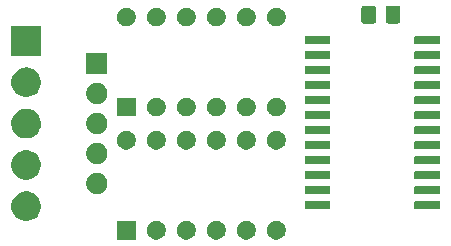
<source format=gbr>
G04 #@! TF.GenerationSoftware,KiCad,Pcbnew,5.1.5+dfsg1-2build2*
G04 #@! TF.CreationDate,2021-11-16T18:40:55-05:00*
G04 #@! TF.ProjectId,028INCH_8DIGIT,30323849-4e43-4485-9f38-44494749542e,rev?*
G04 #@! TF.SameCoordinates,Original*
G04 #@! TF.FileFunction,Soldermask,Bot*
G04 #@! TF.FilePolarity,Negative*
%FSLAX46Y46*%
G04 Gerber Fmt 4.6, Leading zero omitted, Abs format (unit mm)*
G04 Created by KiCad (PCBNEW 5.1.5+dfsg1-2build2) date 2021-11-16 18:40:55*
%MOMM*%
%LPD*%
G04 APERTURE LIST*
%ADD10C,0.100000*%
G04 APERTURE END LIST*
D10*
G36*
X115939000Y-120321000D02*
G01*
X114337000Y-120321000D01*
X114337000Y-118719000D01*
X115939000Y-118719000D01*
X115939000Y-120321000D01*
G37*
G36*
X125531642Y-118749781D02*
G01*
X125677414Y-118810162D01*
X125677416Y-118810163D01*
X125808608Y-118897822D01*
X125920178Y-119009392D01*
X126007837Y-119140584D01*
X126007838Y-119140586D01*
X126068219Y-119286358D01*
X126099000Y-119441107D01*
X126099000Y-119598893D01*
X126068219Y-119753642D01*
X126007838Y-119899414D01*
X126007837Y-119899416D01*
X125920178Y-120030608D01*
X125808608Y-120142178D01*
X125677416Y-120229837D01*
X125677415Y-120229838D01*
X125677414Y-120229838D01*
X125531642Y-120290219D01*
X125376893Y-120321000D01*
X125219107Y-120321000D01*
X125064358Y-120290219D01*
X124918586Y-120229838D01*
X124918585Y-120229838D01*
X124918584Y-120229837D01*
X124787392Y-120142178D01*
X124675822Y-120030608D01*
X124588163Y-119899416D01*
X124588162Y-119899414D01*
X124527781Y-119753642D01*
X124497000Y-119598893D01*
X124497000Y-119441107D01*
X124527781Y-119286358D01*
X124588162Y-119140586D01*
X124588163Y-119140584D01*
X124675822Y-119009392D01*
X124787392Y-118897822D01*
X124918584Y-118810163D01*
X124918586Y-118810162D01*
X125064358Y-118749781D01*
X125219107Y-118719000D01*
X125376893Y-118719000D01*
X125531642Y-118749781D01*
G37*
G36*
X128071642Y-118749781D02*
G01*
X128217414Y-118810162D01*
X128217416Y-118810163D01*
X128348608Y-118897822D01*
X128460178Y-119009392D01*
X128547837Y-119140584D01*
X128547838Y-119140586D01*
X128608219Y-119286358D01*
X128639000Y-119441107D01*
X128639000Y-119598893D01*
X128608219Y-119753642D01*
X128547838Y-119899414D01*
X128547837Y-119899416D01*
X128460178Y-120030608D01*
X128348608Y-120142178D01*
X128217416Y-120229837D01*
X128217415Y-120229838D01*
X128217414Y-120229838D01*
X128071642Y-120290219D01*
X127916893Y-120321000D01*
X127759107Y-120321000D01*
X127604358Y-120290219D01*
X127458586Y-120229838D01*
X127458585Y-120229838D01*
X127458584Y-120229837D01*
X127327392Y-120142178D01*
X127215822Y-120030608D01*
X127128163Y-119899416D01*
X127128162Y-119899414D01*
X127067781Y-119753642D01*
X127037000Y-119598893D01*
X127037000Y-119441107D01*
X127067781Y-119286358D01*
X127128162Y-119140586D01*
X127128163Y-119140584D01*
X127215822Y-119009392D01*
X127327392Y-118897822D01*
X127458584Y-118810163D01*
X127458586Y-118810162D01*
X127604358Y-118749781D01*
X127759107Y-118719000D01*
X127916893Y-118719000D01*
X128071642Y-118749781D01*
G37*
G36*
X122991642Y-118749781D02*
G01*
X123137414Y-118810162D01*
X123137416Y-118810163D01*
X123268608Y-118897822D01*
X123380178Y-119009392D01*
X123467837Y-119140584D01*
X123467838Y-119140586D01*
X123528219Y-119286358D01*
X123559000Y-119441107D01*
X123559000Y-119598893D01*
X123528219Y-119753642D01*
X123467838Y-119899414D01*
X123467837Y-119899416D01*
X123380178Y-120030608D01*
X123268608Y-120142178D01*
X123137416Y-120229837D01*
X123137415Y-120229838D01*
X123137414Y-120229838D01*
X122991642Y-120290219D01*
X122836893Y-120321000D01*
X122679107Y-120321000D01*
X122524358Y-120290219D01*
X122378586Y-120229838D01*
X122378585Y-120229838D01*
X122378584Y-120229837D01*
X122247392Y-120142178D01*
X122135822Y-120030608D01*
X122048163Y-119899416D01*
X122048162Y-119899414D01*
X121987781Y-119753642D01*
X121957000Y-119598893D01*
X121957000Y-119441107D01*
X121987781Y-119286358D01*
X122048162Y-119140586D01*
X122048163Y-119140584D01*
X122135822Y-119009392D01*
X122247392Y-118897822D01*
X122378584Y-118810163D01*
X122378586Y-118810162D01*
X122524358Y-118749781D01*
X122679107Y-118719000D01*
X122836893Y-118719000D01*
X122991642Y-118749781D01*
G37*
G36*
X117911642Y-118749781D02*
G01*
X118057414Y-118810162D01*
X118057416Y-118810163D01*
X118188608Y-118897822D01*
X118300178Y-119009392D01*
X118387837Y-119140584D01*
X118387838Y-119140586D01*
X118448219Y-119286358D01*
X118479000Y-119441107D01*
X118479000Y-119598893D01*
X118448219Y-119753642D01*
X118387838Y-119899414D01*
X118387837Y-119899416D01*
X118300178Y-120030608D01*
X118188608Y-120142178D01*
X118057416Y-120229837D01*
X118057415Y-120229838D01*
X118057414Y-120229838D01*
X117911642Y-120290219D01*
X117756893Y-120321000D01*
X117599107Y-120321000D01*
X117444358Y-120290219D01*
X117298586Y-120229838D01*
X117298585Y-120229838D01*
X117298584Y-120229837D01*
X117167392Y-120142178D01*
X117055822Y-120030608D01*
X116968163Y-119899416D01*
X116968162Y-119899414D01*
X116907781Y-119753642D01*
X116877000Y-119598893D01*
X116877000Y-119441107D01*
X116907781Y-119286358D01*
X116968162Y-119140586D01*
X116968163Y-119140584D01*
X117055822Y-119009392D01*
X117167392Y-118897822D01*
X117298584Y-118810163D01*
X117298586Y-118810162D01*
X117444358Y-118749781D01*
X117599107Y-118719000D01*
X117756893Y-118719000D01*
X117911642Y-118749781D01*
G37*
G36*
X120451642Y-118749781D02*
G01*
X120597414Y-118810162D01*
X120597416Y-118810163D01*
X120728608Y-118897822D01*
X120840178Y-119009392D01*
X120927837Y-119140584D01*
X120927838Y-119140586D01*
X120988219Y-119286358D01*
X121019000Y-119441107D01*
X121019000Y-119598893D01*
X120988219Y-119753642D01*
X120927838Y-119899414D01*
X120927837Y-119899416D01*
X120840178Y-120030608D01*
X120728608Y-120142178D01*
X120597416Y-120229837D01*
X120597415Y-120229838D01*
X120597414Y-120229838D01*
X120451642Y-120290219D01*
X120296893Y-120321000D01*
X120139107Y-120321000D01*
X119984358Y-120290219D01*
X119838586Y-120229838D01*
X119838585Y-120229838D01*
X119838584Y-120229837D01*
X119707392Y-120142178D01*
X119595822Y-120030608D01*
X119508163Y-119899416D01*
X119508162Y-119899414D01*
X119447781Y-119753642D01*
X119417000Y-119598893D01*
X119417000Y-119441107D01*
X119447781Y-119286358D01*
X119508162Y-119140586D01*
X119508163Y-119140584D01*
X119595822Y-119009392D01*
X119707392Y-118897822D01*
X119838584Y-118810163D01*
X119838586Y-118810162D01*
X119984358Y-118749781D01*
X120139107Y-118719000D01*
X120296893Y-118719000D01*
X120451642Y-118749781D01*
G37*
G36*
X107031903Y-116297075D02*
G01*
X107253657Y-116388928D01*
X107259571Y-116391378D01*
X107464466Y-116528285D01*
X107638715Y-116702534D01*
X107638716Y-116702536D01*
X107775623Y-116907431D01*
X107869925Y-117135097D01*
X107918000Y-117376786D01*
X107918000Y-117623214D01*
X107910896Y-117658928D01*
X107869925Y-117864903D01*
X107775622Y-118092571D01*
X107638715Y-118297466D01*
X107464466Y-118471715D01*
X107259571Y-118608622D01*
X107259570Y-118608623D01*
X107259569Y-118608623D01*
X107031903Y-118702925D01*
X106790214Y-118751000D01*
X106543786Y-118751000D01*
X106302097Y-118702925D01*
X106074431Y-118608623D01*
X106074430Y-118608623D01*
X106074429Y-118608622D01*
X105869534Y-118471715D01*
X105695285Y-118297466D01*
X105558378Y-118092571D01*
X105464075Y-117864903D01*
X105423104Y-117658928D01*
X105416000Y-117623214D01*
X105416000Y-117376786D01*
X105464075Y-117135097D01*
X105558377Y-116907431D01*
X105695284Y-116702536D01*
X105695285Y-116702534D01*
X105869534Y-116528285D01*
X106074429Y-116391378D01*
X106080344Y-116388928D01*
X106302097Y-116297075D01*
X106543786Y-116249000D01*
X106790214Y-116249000D01*
X107031903Y-116297075D01*
G37*
G36*
X132300928Y-117050764D02*
G01*
X132322009Y-117057160D01*
X132341445Y-117067548D01*
X132358476Y-117081524D01*
X132372452Y-117098555D01*
X132382840Y-117117991D01*
X132389236Y-117139072D01*
X132392000Y-117167140D01*
X132392000Y-117630860D01*
X132389236Y-117658928D01*
X132382840Y-117680009D01*
X132372452Y-117699445D01*
X132358476Y-117716476D01*
X132341445Y-117730452D01*
X132322009Y-117740840D01*
X132300928Y-117747236D01*
X132272860Y-117750000D01*
X130359140Y-117750000D01*
X130331072Y-117747236D01*
X130309991Y-117740840D01*
X130290555Y-117730452D01*
X130273524Y-117716476D01*
X130259548Y-117699445D01*
X130249160Y-117680009D01*
X130242764Y-117658928D01*
X130240000Y-117630860D01*
X130240000Y-117167140D01*
X130242764Y-117139072D01*
X130249160Y-117117991D01*
X130259548Y-117098555D01*
X130273524Y-117081524D01*
X130290555Y-117067548D01*
X130309991Y-117057160D01*
X130331072Y-117050764D01*
X130359140Y-117048000D01*
X132272860Y-117048000D01*
X132300928Y-117050764D01*
G37*
G36*
X141600928Y-117050764D02*
G01*
X141622009Y-117057160D01*
X141641445Y-117067548D01*
X141658476Y-117081524D01*
X141672452Y-117098555D01*
X141682840Y-117117991D01*
X141689236Y-117139072D01*
X141692000Y-117167140D01*
X141692000Y-117630860D01*
X141689236Y-117658928D01*
X141682840Y-117680009D01*
X141672452Y-117699445D01*
X141658476Y-117716476D01*
X141641445Y-117730452D01*
X141622009Y-117740840D01*
X141600928Y-117747236D01*
X141572860Y-117750000D01*
X139659140Y-117750000D01*
X139631072Y-117747236D01*
X139609991Y-117740840D01*
X139590555Y-117730452D01*
X139573524Y-117716476D01*
X139559548Y-117699445D01*
X139549160Y-117680009D01*
X139542764Y-117658928D01*
X139540000Y-117630860D01*
X139540000Y-117167140D01*
X139542764Y-117139072D01*
X139549160Y-117117991D01*
X139559548Y-117098555D01*
X139573524Y-117081524D01*
X139590555Y-117067548D01*
X139609991Y-117057160D01*
X139631072Y-117050764D01*
X139659140Y-117048000D01*
X141572860Y-117048000D01*
X141600928Y-117050764D01*
G37*
G36*
X112760365Y-114683500D02*
G01*
X112911812Y-114713624D01*
X113075784Y-114781544D01*
X113223354Y-114880147D01*
X113348853Y-115005646D01*
X113447456Y-115153216D01*
X113515376Y-115317188D01*
X113550000Y-115491259D01*
X113550000Y-115668741D01*
X113515376Y-115842812D01*
X113447456Y-116006784D01*
X113348853Y-116154354D01*
X113223354Y-116279853D01*
X113075784Y-116378456D01*
X112911812Y-116446376D01*
X112762512Y-116476073D01*
X112737742Y-116481000D01*
X112560258Y-116481000D01*
X112535488Y-116476073D01*
X112386188Y-116446376D01*
X112222216Y-116378456D01*
X112074646Y-116279853D01*
X111949147Y-116154354D01*
X111850544Y-116006784D01*
X111782624Y-115842812D01*
X111748000Y-115668741D01*
X111748000Y-115491259D01*
X111782624Y-115317188D01*
X111850544Y-115153216D01*
X111949147Y-115005646D01*
X112074646Y-114880147D01*
X112222216Y-114781544D01*
X112386188Y-114713624D01*
X112537635Y-114683500D01*
X112560258Y-114679000D01*
X112737742Y-114679000D01*
X112760365Y-114683500D01*
G37*
G36*
X141600928Y-115780764D02*
G01*
X141622009Y-115787160D01*
X141641445Y-115797548D01*
X141658476Y-115811524D01*
X141672452Y-115828555D01*
X141682840Y-115847991D01*
X141689236Y-115869072D01*
X141692000Y-115897140D01*
X141692000Y-116360860D01*
X141689236Y-116388928D01*
X141682840Y-116410009D01*
X141672452Y-116429445D01*
X141658476Y-116446476D01*
X141641445Y-116460452D01*
X141622009Y-116470840D01*
X141600928Y-116477236D01*
X141572860Y-116480000D01*
X139659140Y-116480000D01*
X139631072Y-116477236D01*
X139609991Y-116470840D01*
X139590555Y-116460452D01*
X139573524Y-116446476D01*
X139559548Y-116429445D01*
X139549160Y-116410009D01*
X139542764Y-116388928D01*
X139540000Y-116360860D01*
X139540000Y-115897140D01*
X139542764Y-115869072D01*
X139549160Y-115847991D01*
X139559548Y-115828555D01*
X139573524Y-115811524D01*
X139590555Y-115797548D01*
X139609991Y-115787160D01*
X139631072Y-115780764D01*
X139659140Y-115778000D01*
X141572860Y-115778000D01*
X141600928Y-115780764D01*
G37*
G36*
X132300928Y-115780764D02*
G01*
X132322009Y-115787160D01*
X132341445Y-115797548D01*
X132358476Y-115811524D01*
X132372452Y-115828555D01*
X132382840Y-115847991D01*
X132389236Y-115869072D01*
X132392000Y-115897140D01*
X132392000Y-116360860D01*
X132389236Y-116388928D01*
X132382840Y-116410009D01*
X132372452Y-116429445D01*
X132358476Y-116446476D01*
X132341445Y-116460452D01*
X132322009Y-116470840D01*
X132300928Y-116477236D01*
X132272860Y-116480000D01*
X130359140Y-116480000D01*
X130331072Y-116477236D01*
X130309991Y-116470840D01*
X130290555Y-116460452D01*
X130273524Y-116446476D01*
X130259548Y-116429445D01*
X130249160Y-116410009D01*
X130242764Y-116388928D01*
X130240000Y-116360860D01*
X130240000Y-115897140D01*
X130242764Y-115869072D01*
X130249160Y-115847991D01*
X130259548Y-115828555D01*
X130273524Y-115811524D01*
X130290555Y-115797548D01*
X130309991Y-115787160D01*
X130331072Y-115780764D01*
X130359140Y-115778000D01*
X132272860Y-115778000D01*
X132300928Y-115780764D01*
G37*
G36*
X106931924Y-112777188D02*
G01*
X107031903Y-112797075D01*
X107259571Y-112891378D01*
X107464466Y-113028285D01*
X107638715Y-113202534D01*
X107756801Y-113379262D01*
X107775623Y-113407431D01*
X107869925Y-113635097D01*
X107906876Y-113820860D01*
X107918000Y-113876787D01*
X107918000Y-114123213D01*
X107869925Y-114364903D01*
X107775622Y-114592571D01*
X107638715Y-114797466D01*
X107464466Y-114971715D01*
X107259571Y-115108622D01*
X107259570Y-115108623D01*
X107259569Y-115108623D01*
X107031903Y-115202925D01*
X106790214Y-115251000D01*
X106543786Y-115251000D01*
X106302097Y-115202925D01*
X106074431Y-115108623D01*
X106074430Y-115108623D01*
X106074429Y-115108622D01*
X105869534Y-114971715D01*
X105695285Y-114797466D01*
X105558378Y-114592571D01*
X105464075Y-114364903D01*
X105416000Y-114123213D01*
X105416000Y-113876787D01*
X105427125Y-113820860D01*
X105464075Y-113635097D01*
X105558377Y-113407431D01*
X105577199Y-113379262D01*
X105695285Y-113202534D01*
X105869534Y-113028285D01*
X106074429Y-112891378D01*
X106302097Y-112797075D01*
X106402076Y-112777188D01*
X106543786Y-112749000D01*
X106790214Y-112749000D01*
X106931924Y-112777188D01*
G37*
G36*
X132300928Y-114510764D02*
G01*
X132322009Y-114517160D01*
X132341445Y-114527548D01*
X132358476Y-114541524D01*
X132372452Y-114558555D01*
X132382840Y-114577991D01*
X132389236Y-114599072D01*
X132392000Y-114627140D01*
X132392000Y-115090860D01*
X132389236Y-115118928D01*
X132382840Y-115140009D01*
X132372452Y-115159445D01*
X132358476Y-115176476D01*
X132341445Y-115190452D01*
X132322009Y-115200840D01*
X132300928Y-115207236D01*
X132272860Y-115210000D01*
X130359140Y-115210000D01*
X130331072Y-115207236D01*
X130309991Y-115200840D01*
X130290555Y-115190452D01*
X130273524Y-115176476D01*
X130259548Y-115159445D01*
X130249160Y-115140009D01*
X130242764Y-115118928D01*
X130240000Y-115090860D01*
X130240000Y-114627140D01*
X130242764Y-114599072D01*
X130249160Y-114577991D01*
X130259548Y-114558555D01*
X130273524Y-114541524D01*
X130290555Y-114527548D01*
X130309991Y-114517160D01*
X130331072Y-114510764D01*
X130359140Y-114508000D01*
X132272860Y-114508000D01*
X132300928Y-114510764D01*
G37*
G36*
X141600928Y-114510764D02*
G01*
X141622009Y-114517160D01*
X141641445Y-114527548D01*
X141658476Y-114541524D01*
X141672452Y-114558555D01*
X141682840Y-114577991D01*
X141689236Y-114599072D01*
X141692000Y-114627140D01*
X141692000Y-115090860D01*
X141689236Y-115118928D01*
X141682840Y-115140009D01*
X141672452Y-115159445D01*
X141658476Y-115176476D01*
X141641445Y-115190452D01*
X141622009Y-115200840D01*
X141600928Y-115207236D01*
X141572860Y-115210000D01*
X139659140Y-115210000D01*
X139631072Y-115207236D01*
X139609991Y-115200840D01*
X139590555Y-115190452D01*
X139573524Y-115176476D01*
X139559548Y-115159445D01*
X139549160Y-115140009D01*
X139542764Y-115118928D01*
X139540000Y-115090860D01*
X139540000Y-114627140D01*
X139542764Y-114599072D01*
X139549160Y-114577991D01*
X139559548Y-114558555D01*
X139573524Y-114541524D01*
X139590555Y-114527548D01*
X139609991Y-114517160D01*
X139631072Y-114510764D01*
X139659140Y-114508000D01*
X141572860Y-114508000D01*
X141600928Y-114510764D01*
G37*
G36*
X112760365Y-112143500D02*
G01*
X112911812Y-112173624D01*
X113075784Y-112241544D01*
X113223354Y-112340147D01*
X113348853Y-112465646D01*
X113447456Y-112613216D01*
X113515376Y-112777188D01*
X113550000Y-112951259D01*
X113550000Y-113128741D01*
X113515376Y-113302812D01*
X113447456Y-113466784D01*
X113348853Y-113614354D01*
X113223354Y-113739853D01*
X113075784Y-113838456D01*
X112911812Y-113906376D01*
X112762512Y-113936073D01*
X112737742Y-113941000D01*
X112560258Y-113941000D01*
X112535488Y-113936073D01*
X112386188Y-113906376D01*
X112222216Y-113838456D01*
X112074646Y-113739853D01*
X111949147Y-113614354D01*
X111850544Y-113466784D01*
X111782624Y-113302812D01*
X111748000Y-113128741D01*
X111748000Y-112951259D01*
X111782624Y-112777188D01*
X111850544Y-112613216D01*
X111949147Y-112465646D01*
X112074646Y-112340147D01*
X112222216Y-112241544D01*
X112386188Y-112173624D01*
X112537635Y-112143500D01*
X112560258Y-112139000D01*
X112737742Y-112139000D01*
X112760365Y-112143500D01*
G37*
G36*
X132300928Y-113240764D02*
G01*
X132322009Y-113247160D01*
X132341445Y-113257548D01*
X132358476Y-113271524D01*
X132372452Y-113288555D01*
X132382840Y-113307991D01*
X132389236Y-113329072D01*
X132392000Y-113357140D01*
X132392000Y-113820860D01*
X132389236Y-113848928D01*
X132382840Y-113870009D01*
X132372452Y-113889445D01*
X132358476Y-113906476D01*
X132341445Y-113920452D01*
X132322009Y-113930840D01*
X132300928Y-113937236D01*
X132272860Y-113940000D01*
X130359140Y-113940000D01*
X130331072Y-113937236D01*
X130309991Y-113930840D01*
X130290555Y-113920452D01*
X130273524Y-113906476D01*
X130259548Y-113889445D01*
X130249160Y-113870009D01*
X130242764Y-113848928D01*
X130240000Y-113820860D01*
X130240000Y-113357140D01*
X130242764Y-113329072D01*
X130249160Y-113307991D01*
X130259548Y-113288555D01*
X130273524Y-113271524D01*
X130290555Y-113257548D01*
X130309991Y-113247160D01*
X130331072Y-113240764D01*
X130359140Y-113238000D01*
X132272860Y-113238000D01*
X132300928Y-113240764D01*
G37*
G36*
X141600928Y-113240764D02*
G01*
X141622009Y-113247160D01*
X141641445Y-113257548D01*
X141658476Y-113271524D01*
X141672452Y-113288555D01*
X141682840Y-113307991D01*
X141689236Y-113329072D01*
X141692000Y-113357140D01*
X141692000Y-113820860D01*
X141689236Y-113848928D01*
X141682840Y-113870009D01*
X141672452Y-113889445D01*
X141658476Y-113906476D01*
X141641445Y-113920452D01*
X141622009Y-113930840D01*
X141600928Y-113937236D01*
X141572860Y-113940000D01*
X139659140Y-113940000D01*
X139631072Y-113937236D01*
X139609991Y-113930840D01*
X139590555Y-113920452D01*
X139573524Y-113906476D01*
X139559548Y-113889445D01*
X139549160Y-113870009D01*
X139542764Y-113848928D01*
X139540000Y-113820860D01*
X139540000Y-113357140D01*
X139542764Y-113329072D01*
X139549160Y-113307991D01*
X139559548Y-113288555D01*
X139573524Y-113271524D01*
X139590555Y-113257548D01*
X139609991Y-113247160D01*
X139631072Y-113240764D01*
X139659140Y-113238000D01*
X141572860Y-113238000D01*
X141600928Y-113240764D01*
G37*
G36*
X115371642Y-111129781D02*
G01*
X115517414Y-111190162D01*
X115517416Y-111190163D01*
X115648608Y-111277822D01*
X115760178Y-111389392D01*
X115847837Y-111520584D01*
X115847838Y-111520586D01*
X115908219Y-111666358D01*
X115939000Y-111821107D01*
X115939000Y-111978893D01*
X115908219Y-112133642D01*
X115891657Y-112173625D01*
X115847837Y-112279416D01*
X115760178Y-112410608D01*
X115648608Y-112522178D01*
X115517416Y-112609837D01*
X115517415Y-112609838D01*
X115517414Y-112609838D01*
X115371642Y-112670219D01*
X115216893Y-112701000D01*
X115059107Y-112701000D01*
X114904358Y-112670219D01*
X114758586Y-112609838D01*
X114758585Y-112609838D01*
X114758584Y-112609837D01*
X114627392Y-112522178D01*
X114515822Y-112410608D01*
X114428163Y-112279416D01*
X114384343Y-112173625D01*
X114367781Y-112133642D01*
X114337000Y-111978893D01*
X114337000Y-111821107D01*
X114367781Y-111666358D01*
X114428162Y-111520586D01*
X114428163Y-111520584D01*
X114515822Y-111389392D01*
X114627392Y-111277822D01*
X114758584Y-111190163D01*
X114758586Y-111190162D01*
X114904358Y-111129781D01*
X115059107Y-111099000D01*
X115216893Y-111099000D01*
X115371642Y-111129781D01*
G37*
G36*
X120451642Y-111129781D02*
G01*
X120597414Y-111190162D01*
X120597416Y-111190163D01*
X120728608Y-111277822D01*
X120840178Y-111389392D01*
X120927837Y-111520584D01*
X120927838Y-111520586D01*
X120988219Y-111666358D01*
X121019000Y-111821107D01*
X121019000Y-111978893D01*
X120988219Y-112133642D01*
X120971657Y-112173625D01*
X120927837Y-112279416D01*
X120840178Y-112410608D01*
X120728608Y-112522178D01*
X120597416Y-112609837D01*
X120597415Y-112609838D01*
X120597414Y-112609838D01*
X120451642Y-112670219D01*
X120296893Y-112701000D01*
X120139107Y-112701000D01*
X119984358Y-112670219D01*
X119838586Y-112609838D01*
X119838585Y-112609838D01*
X119838584Y-112609837D01*
X119707392Y-112522178D01*
X119595822Y-112410608D01*
X119508163Y-112279416D01*
X119464343Y-112173625D01*
X119447781Y-112133642D01*
X119417000Y-111978893D01*
X119417000Y-111821107D01*
X119447781Y-111666358D01*
X119508162Y-111520586D01*
X119508163Y-111520584D01*
X119595822Y-111389392D01*
X119707392Y-111277822D01*
X119838584Y-111190163D01*
X119838586Y-111190162D01*
X119984358Y-111129781D01*
X120139107Y-111099000D01*
X120296893Y-111099000D01*
X120451642Y-111129781D01*
G37*
G36*
X117911642Y-111129781D02*
G01*
X118057414Y-111190162D01*
X118057416Y-111190163D01*
X118188608Y-111277822D01*
X118300178Y-111389392D01*
X118387837Y-111520584D01*
X118387838Y-111520586D01*
X118448219Y-111666358D01*
X118479000Y-111821107D01*
X118479000Y-111978893D01*
X118448219Y-112133642D01*
X118431657Y-112173625D01*
X118387837Y-112279416D01*
X118300178Y-112410608D01*
X118188608Y-112522178D01*
X118057416Y-112609837D01*
X118057415Y-112609838D01*
X118057414Y-112609838D01*
X117911642Y-112670219D01*
X117756893Y-112701000D01*
X117599107Y-112701000D01*
X117444358Y-112670219D01*
X117298586Y-112609838D01*
X117298585Y-112609838D01*
X117298584Y-112609837D01*
X117167392Y-112522178D01*
X117055822Y-112410608D01*
X116968163Y-112279416D01*
X116924343Y-112173625D01*
X116907781Y-112133642D01*
X116877000Y-111978893D01*
X116877000Y-111821107D01*
X116907781Y-111666358D01*
X116968162Y-111520586D01*
X116968163Y-111520584D01*
X117055822Y-111389392D01*
X117167392Y-111277822D01*
X117298584Y-111190163D01*
X117298586Y-111190162D01*
X117444358Y-111129781D01*
X117599107Y-111099000D01*
X117756893Y-111099000D01*
X117911642Y-111129781D01*
G37*
G36*
X122991642Y-111129781D02*
G01*
X123137414Y-111190162D01*
X123137416Y-111190163D01*
X123268608Y-111277822D01*
X123380178Y-111389392D01*
X123467837Y-111520584D01*
X123467838Y-111520586D01*
X123528219Y-111666358D01*
X123559000Y-111821107D01*
X123559000Y-111978893D01*
X123528219Y-112133642D01*
X123511657Y-112173625D01*
X123467837Y-112279416D01*
X123380178Y-112410608D01*
X123268608Y-112522178D01*
X123137416Y-112609837D01*
X123137415Y-112609838D01*
X123137414Y-112609838D01*
X122991642Y-112670219D01*
X122836893Y-112701000D01*
X122679107Y-112701000D01*
X122524358Y-112670219D01*
X122378586Y-112609838D01*
X122378585Y-112609838D01*
X122378584Y-112609837D01*
X122247392Y-112522178D01*
X122135822Y-112410608D01*
X122048163Y-112279416D01*
X122004343Y-112173625D01*
X121987781Y-112133642D01*
X121957000Y-111978893D01*
X121957000Y-111821107D01*
X121987781Y-111666358D01*
X122048162Y-111520586D01*
X122048163Y-111520584D01*
X122135822Y-111389392D01*
X122247392Y-111277822D01*
X122378584Y-111190163D01*
X122378586Y-111190162D01*
X122524358Y-111129781D01*
X122679107Y-111099000D01*
X122836893Y-111099000D01*
X122991642Y-111129781D01*
G37*
G36*
X125531642Y-111129781D02*
G01*
X125677414Y-111190162D01*
X125677416Y-111190163D01*
X125808608Y-111277822D01*
X125920178Y-111389392D01*
X126007837Y-111520584D01*
X126007838Y-111520586D01*
X126068219Y-111666358D01*
X126099000Y-111821107D01*
X126099000Y-111978893D01*
X126068219Y-112133642D01*
X126051657Y-112173625D01*
X126007837Y-112279416D01*
X125920178Y-112410608D01*
X125808608Y-112522178D01*
X125677416Y-112609837D01*
X125677415Y-112609838D01*
X125677414Y-112609838D01*
X125531642Y-112670219D01*
X125376893Y-112701000D01*
X125219107Y-112701000D01*
X125064358Y-112670219D01*
X124918586Y-112609838D01*
X124918585Y-112609838D01*
X124918584Y-112609837D01*
X124787392Y-112522178D01*
X124675822Y-112410608D01*
X124588163Y-112279416D01*
X124544343Y-112173625D01*
X124527781Y-112133642D01*
X124497000Y-111978893D01*
X124497000Y-111821107D01*
X124527781Y-111666358D01*
X124588162Y-111520586D01*
X124588163Y-111520584D01*
X124675822Y-111389392D01*
X124787392Y-111277822D01*
X124918584Y-111190163D01*
X124918586Y-111190162D01*
X125064358Y-111129781D01*
X125219107Y-111099000D01*
X125376893Y-111099000D01*
X125531642Y-111129781D01*
G37*
G36*
X128071642Y-111129781D02*
G01*
X128217414Y-111190162D01*
X128217416Y-111190163D01*
X128348608Y-111277822D01*
X128460178Y-111389392D01*
X128547837Y-111520584D01*
X128547838Y-111520586D01*
X128608219Y-111666358D01*
X128639000Y-111821107D01*
X128639000Y-111978893D01*
X128608219Y-112133642D01*
X128591657Y-112173625D01*
X128547837Y-112279416D01*
X128460178Y-112410608D01*
X128348608Y-112522178D01*
X128217416Y-112609837D01*
X128217415Y-112609838D01*
X128217414Y-112609838D01*
X128071642Y-112670219D01*
X127916893Y-112701000D01*
X127759107Y-112701000D01*
X127604358Y-112670219D01*
X127458586Y-112609838D01*
X127458585Y-112609838D01*
X127458584Y-112609837D01*
X127327392Y-112522178D01*
X127215822Y-112410608D01*
X127128163Y-112279416D01*
X127084343Y-112173625D01*
X127067781Y-112133642D01*
X127037000Y-111978893D01*
X127037000Y-111821107D01*
X127067781Y-111666358D01*
X127128162Y-111520586D01*
X127128163Y-111520584D01*
X127215822Y-111389392D01*
X127327392Y-111277822D01*
X127458584Y-111190163D01*
X127458586Y-111190162D01*
X127604358Y-111129781D01*
X127759107Y-111099000D01*
X127916893Y-111099000D01*
X128071642Y-111129781D01*
G37*
G36*
X132300928Y-111970764D02*
G01*
X132322009Y-111977160D01*
X132341445Y-111987548D01*
X132358476Y-112001524D01*
X132372452Y-112018555D01*
X132382840Y-112037991D01*
X132389236Y-112059072D01*
X132392000Y-112087140D01*
X132392000Y-112550860D01*
X132389236Y-112578928D01*
X132382840Y-112600009D01*
X132372452Y-112619445D01*
X132358476Y-112636476D01*
X132341445Y-112650452D01*
X132322009Y-112660840D01*
X132300928Y-112667236D01*
X132272860Y-112670000D01*
X130359140Y-112670000D01*
X130331072Y-112667236D01*
X130309991Y-112660840D01*
X130290555Y-112650452D01*
X130273524Y-112636476D01*
X130259548Y-112619445D01*
X130249160Y-112600009D01*
X130242764Y-112578928D01*
X130240000Y-112550860D01*
X130240000Y-112087140D01*
X130242764Y-112059072D01*
X130249160Y-112037991D01*
X130259548Y-112018555D01*
X130273524Y-112001524D01*
X130290555Y-111987548D01*
X130309991Y-111977160D01*
X130331072Y-111970764D01*
X130359140Y-111968000D01*
X132272860Y-111968000D01*
X132300928Y-111970764D01*
G37*
G36*
X141600928Y-111970764D02*
G01*
X141622009Y-111977160D01*
X141641445Y-111987548D01*
X141658476Y-112001524D01*
X141672452Y-112018555D01*
X141682840Y-112037991D01*
X141689236Y-112059072D01*
X141692000Y-112087140D01*
X141692000Y-112550860D01*
X141689236Y-112578928D01*
X141682840Y-112600009D01*
X141672452Y-112619445D01*
X141658476Y-112636476D01*
X141641445Y-112650452D01*
X141622009Y-112660840D01*
X141600928Y-112667236D01*
X141572860Y-112670000D01*
X139659140Y-112670000D01*
X139631072Y-112667236D01*
X139609991Y-112660840D01*
X139590555Y-112650452D01*
X139573524Y-112636476D01*
X139559548Y-112619445D01*
X139549160Y-112600009D01*
X139542764Y-112578928D01*
X139540000Y-112550860D01*
X139540000Y-112087140D01*
X139542764Y-112059072D01*
X139549160Y-112037991D01*
X139559548Y-112018555D01*
X139573524Y-112001524D01*
X139590555Y-111987548D01*
X139609991Y-111977160D01*
X139631072Y-111970764D01*
X139659140Y-111968000D01*
X141572860Y-111968000D01*
X141600928Y-111970764D01*
G37*
G36*
X107031903Y-109297075D02*
G01*
X107259571Y-109391378D01*
X107464466Y-109528285D01*
X107638715Y-109702534D01*
X107750758Y-109870218D01*
X107775623Y-109907431D01*
X107869925Y-110135097D01*
X107918000Y-110376786D01*
X107918000Y-110623214D01*
X107885009Y-110789072D01*
X107869925Y-110864903D01*
X107775622Y-111092571D01*
X107638715Y-111297466D01*
X107464466Y-111471715D01*
X107259571Y-111608622D01*
X107259570Y-111608623D01*
X107259569Y-111608623D01*
X107031903Y-111702925D01*
X106790214Y-111751000D01*
X106543786Y-111751000D01*
X106302097Y-111702925D01*
X106074431Y-111608623D01*
X106074430Y-111608623D01*
X106074429Y-111608622D01*
X105869534Y-111471715D01*
X105695285Y-111297466D01*
X105558378Y-111092571D01*
X105464075Y-110864903D01*
X105448991Y-110789072D01*
X105416000Y-110623214D01*
X105416000Y-110376786D01*
X105464075Y-110135097D01*
X105558377Y-109907431D01*
X105583242Y-109870218D01*
X105695285Y-109702534D01*
X105869534Y-109528285D01*
X106074429Y-109391378D01*
X106302097Y-109297075D01*
X106543786Y-109249000D01*
X106790214Y-109249000D01*
X107031903Y-109297075D01*
G37*
G36*
X112760365Y-109603500D02*
G01*
X112911812Y-109633624D01*
X113075784Y-109701544D01*
X113223354Y-109800147D01*
X113348853Y-109925646D01*
X113447456Y-110073216D01*
X113515376Y-110237188D01*
X113550000Y-110411259D01*
X113550000Y-110588741D01*
X113515376Y-110762812D01*
X113447456Y-110926784D01*
X113348853Y-111074354D01*
X113223354Y-111199853D01*
X113075784Y-111298456D01*
X112911812Y-111366376D01*
X112762512Y-111396073D01*
X112737742Y-111401000D01*
X112560258Y-111401000D01*
X112535488Y-111396073D01*
X112386188Y-111366376D01*
X112222216Y-111298456D01*
X112074646Y-111199853D01*
X111949147Y-111074354D01*
X111850544Y-110926784D01*
X111782624Y-110762812D01*
X111748000Y-110588741D01*
X111748000Y-110411259D01*
X111782624Y-110237188D01*
X111850544Y-110073216D01*
X111949147Y-109925646D01*
X112074646Y-109800147D01*
X112222216Y-109701544D01*
X112386188Y-109633624D01*
X112537635Y-109603500D01*
X112560258Y-109599000D01*
X112737742Y-109599000D01*
X112760365Y-109603500D01*
G37*
G36*
X141600928Y-110700764D02*
G01*
X141622009Y-110707160D01*
X141641445Y-110717548D01*
X141658476Y-110731524D01*
X141672452Y-110748555D01*
X141682840Y-110767991D01*
X141689236Y-110789072D01*
X141692000Y-110817140D01*
X141692000Y-111280860D01*
X141689236Y-111308928D01*
X141682840Y-111330009D01*
X141672452Y-111349445D01*
X141658476Y-111366476D01*
X141641445Y-111380452D01*
X141622009Y-111390840D01*
X141600928Y-111397236D01*
X141572860Y-111400000D01*
X139659140Y-111400000D01*
X139631072Y-111397236D01*
X139609991Y-111390840D01*
X139590555Y-111380452D01*
X139573524Y-111366476D01*
X139559548Y-111349445D01*
X139549160Y-111330009D01*
X139542764Y-111308928D01*
X139540000Y-111280860D01*
X139540000Y-110817140D01*
X139542764Y-110789072D01*
X139549160Y-110767991D01*
X139559548Y-110748555D01*
X139573524Y-110731524D01*
X139590555Y-110717548D01*
X139609991Y-110707160D01*
X139631072Y-110700764D01*
X139659140Y-110698000D01*
X141572860Y-110698000D01*
X141600928Y-110700764D01*
G37*
G36*
X132300928Y-110700764D02*
G01*
X132322009Y-110707160D01*
X132341445Y-110717548D01*
X132358476Y-110731524D01*
X132372452Y-110748555D01*
X132382840Y-110767991D01*
X132389236Y-110789072D01*
X132392000Y-110817140D01*
X132392000Y-111280860D01*
X132389236Y-111308928D01*
X132382840Y-111330009D01*
X132372452Y-111349445D01*
X132358476Y-111366476D01*
X132341445Y-111380452D01*
X132322009Y-111390840D01*
X132300928Y-111397236D01*
X132272860Y-111400000D01*
X130359140Y-111400000D01*
X130331072Y-111397236D01*
X130309991Y-111390840D01*
X130290555Y-111380452D01*
X130273524Y-111366476D01*
X130259548Y-111349445D01*
X130249160Y-111330009D01*
X130242764Y-111308928D01*
X130240000Y-111280860D01*
X130240000Y-110817140D01*
X130242764Y-110789072D01*
X130249160Y-110767991D01*
X130259548Y-110748555D01*
X130273524Y-110731524D01*
X130290555Y-110717548D01*
X130309991Y-110707160D01*
X130331072Y-110700764D01*
X130359140Y-110698000D01*
X132272860Y-110698000D01*
X132300928Y-110700764D01*
G37*
G36*
X141600928Y-109430764D02*
G01*
X141622009Y-109437160D01*
X141641445Y-109447548D01*
X141658476Y-109461524D01*
X141672452Y-109478555D01*
X141682840Y-109497991D01*
X141689236Y-109519072D01*
X141692000Y-109547140D01*
X141692000Y-110010860D01*
X141689236Y-110038928D01*
X141682840Y-110060009D01*
X141672452Y-110079445D01*
X141658476Y-110096476D01*
X141641445Y-110110452D01*
X141622009Y-110120840D01*
X141600928Y-110127236D01*
X141572860Y-110130000D01*
X139659140Y-110130000D01*
X139631072Y-110127236D01*
X139609991Y-110120840D01*
X139590555Y-110110452D01*
X139573524Y-110096476D01*
X139559548Y-110079445D01*
X139549160Y-110060009D01*
X139542764Y-110038928D01*
X139540000Y-110010860D01*
X139540000Y-109547140D01*
X139542764Y-109519072D01*
X139549160Y-109497991D01*
X139559548Y-109478555D01*
X139573524Y-109461524D01*
X139590555Y-109447548D01*
X139609991Y-109437160D01*
X139631072Y-109430764D01*
X139659140Y-109428000D01*
X141572860Y-109428000D01*
X141600928Y-109430764D01*
G37*
G36*
X132300928Y-109430764D02*
G01*
X132322009Y-109437160D01*
X132341445Y-109447548D01*
X132358476Y-109461524D01*
X132372452Y-109478555D01*
X132382840Y-109497991D01*
X132389236Y-109519072D01*
X132392000Y-109547140D01*
X132392000Y-110010860D01*
X132389236Y-110038928D01*
X132382840Y-110060009D01*
X132372452Y-110079445D01*
X132358476Y-110096476D01*
X132341445Y-110110452D01*
X132322009Y-110120840D01*
X132300928Y-110127236D01*
X132272860Y-110130000D01*
X130359140Y-110130000D01*
X130331072Y-110127236D01*
X130309991Y-110120840D01*
X130290555Y-110110452D01*
X130273524Y-110096476D01*
X130259548Y-110079445D01*
X130249160Y-110060009D01*
X130242764Y-110038928D01*
X130240000Y-110010860D01*
X130240000Y-109547140D01*
X130242764Y-109519072D01*
X130249160Y-109497991D01*
X130259548Y-109478555D01*
X130273524Y-109461524D01*
X130290555Y-109447548D01*
X130309991Y-109437160D01*
X130331072Y-109430764D01*
X130359140Y-109428000D01*
X132272860Y-109428000D01*
X132300928Y-109430764D01*
G37*
G36*
X115939000Y-109901000D02*
G01*
X114337000Y-109901000D01*
X114337000Y-108299000D01*
X115939000Y-108299000D01*
X115939000Y-109901000D01*
G37*
G36*
X128071642Y-108329781D02*
G01*
X128217414Y-108390162D01*
X128217416Y-108390163D01*
X128348608Y-108477822D01*
X128460178Y-108589392D01*
X128547837Y-108720584D01*
X128547838Y-108720586D01*
X128608219Y-108866358D01*
X128639000Y-109021107D01*
X128639000Y-109178893D01*
X128608219Y-109333642D01*
X128547838Y-109479414D01*
X128547837Y-109479416D01*
X128460178Y-109610608D01*
X128348608Y-109722178D01*
X128217416Y-109809837D01*
X128217415Y-109809838D01*
X128217414Y-109809838D01*
X128071642Y-109870219D01*
X127916893Y-109901000D01*
X127759107Y-109901000D01*
X127604358Y-109870219D01*
X127458586Y-109809838D01*
X127458585Y-109809838D01*
X127458584Y-109809837D01*
X127327392Y-109722178D01*
X127215822Y-109610608D01*
X127128163Y-109479416D01*
X127128162Y-109479414D01*
X127067781Y-109333642D01*
X127037000Y-109178893D01*
X127037000Y-109021107D01*
X127067781Y-108866358D01*
X127128162Y-108720586D01*
X127128163Y-108720584D01*
X127215822Y-108589392D01*
X127327392Y-108477822D01*
X127458584Y-108390163D01*
X127458586Y-108390162D01*
X127604358Y-108329781D01*
X127759107Y-108299000D01*
X127916893Y-108299000D01*
X128071642Y-108329781D01*
G37*
G36*
X125531642Y-108329781D02*
G01*
X125677414Y-108390162D01*
X125677416Y-108390163D01*
X125808608Y-108477822D01*
X125920178Y-108589392D01*
X126007837Y-108720584D01*
X126007838Y-108720586D01*
X126068219Y-108866358D01*
X126099000Y-109021107D01*
X126099000Y-109178893D01*
X126068219Y-109333642D01*
X126007838Y-109479414D01*
X126007837Y-109479416D01*
X125920178Y-109610608D01*
X125808608Y-109722178D01*
X125677416Y-109809837D01*
X125677415Y-109809838D01*
X125677414Y-109809838D01*
X125531642Y-109870219D01*
X125376893Y-109901000D01*
X125219107Y-109901000D01*
X125064358Y-109870219D01*
X124918586Y-109809838D01*
X124918585Y-109809838D01*
X124918584Y-109809837D01*
X124787392Y-109722178D01*
X124675822Y-109610608D01*
X124588163Y-109479416D01*
X124588162Y-109479414D01*
X124527781Y-109333642D01*
X124497000Y-109178893D01*
X124497000Y-109021107D01*
X124527781Y-108866358D01*
X124588162Y-108720586D01*
X124588163Y-108720584D01*
X124675822Y-108589392D01*
X124787392Y-108477822D01*
X124918584Y-108390163D01*
X124918586Y-108390162D01*
X125064358Y-108329781D01*
X125219107Y-108299000D01*
X125376893Y-108299000D01*
X125531642Y-108329781D01*
G37*
G36*
X122991642Y-108329781D02*
G01*
X123137414Y-108390162D01*
X123137416Y-108390163D01*
X123268608Y-108477822D01*
X123380178Y-108589392D01*
X123467837Y-108720584D01*
X123467838Y-108720586D01*
X123528219Y-108866358D01*
X123559000Y-109021107D01*
X123559000Y-109178893D01*
X123528219Y-109333642D01*
X123467838Y-109479414D01*
X123467837Y-109479416D01*
X123380178Y-109610608D01*
X123268608Y-109722178D01*
X123137416Y-109809837D01*
X123137415Y-109809838D01*
X123137414Y-109809838D01*
X122991642Y-109870219D01*
X122836893Y-109901000D01*
X122679107Y-109901000D01*
X122524358Y-109870219D01*
X122378586Y-109809838D01*
X122378585Y-109809838D01*
X122378584Y-109809837D01*
X122247392Y-109722178D01*
X122135822Y-109610608D01*
X122048163Y-109479416D01*
X122048162Y-109479414D01*
X121987781Y-109333642D01*
X121957000Y-109178893D01*
X121957000Y-109021107D01*
X121987781Y-108866358D01*
X122048162Y-108720586D01*
X122048163Y-108720584D01*
X122135822Y-108589392D01*
X122247392Y-108477822D01*
X122378584Y-108390163D01*
X122378586Y-108390162D01*
X122524358Y-108329781D01*
X122679107Y-108299000D01*
X122836893Y-108299000D01*
X122991642Y-108329781D01*
G37*
G36*
X120451642Y-108329781D02*
G01*
X120597414Y-108390162D01*
X120597416Y-108390163D01*
X120728608Y-108477822D01*
X120840178Y-108589392D01*
X120927837Y-108720584D01*
X120927838Y-108720586D01*
X120988219Y-108866358D01*
X121019000Y-109021107D01*
X121019000Y-109178893D01*
X120988219Y-109333642D01*
X120927838Y-109479414D01*
X120927837Y-109479416D01*
X120840178Y-109610608D01*
X120728608Y-109722178D01*
X120597416Y-109809837D01*
X120597415Y-109809838D01*
X120597414Y-109809838D01*
X120451642Y-109870219D01*
X120296893Y-109901000D01*
X120139107Y-109901000D01*
X119984358Y-109870219D01*
X119838586Y-109809838D01*
X119838585Y-109809838D01*
X119838584Y-109809837D01*
X119707392Y-109722178D01*
X119595822Y-109610608D01*
X119508163Y-109479416D01*
X119508162Y-109479414D01*
X119447781Y-109333642D01*
X119417000Y-109178893D01*
X119417000Y-109021107D01*
X119447781Y-108866358D01*
X119508162Y-108720586D01*
X119508163Y-108720584D01*
X119595822Y-108589392D01*
X119707392Y-108477822D01*
X119838584Y-108390163D01*
X119838586Y-108390162D01*
X119984358Y-108329781D01*
X120139107Y-108299000D01*
X120296893Y-108299000D01*
X120451642Y-108329781D01*
G37*
G36*
X117911642Y-108329781D02*
G01*
X118057414Y-108390162D01*
X118057416Y-108390163D01*
X118188608Y-108477822D01*
X118300178Y-108589392D01*
X118387837Y-108720584D01*
X118387838Y-108720586D01*
X118448219Y-108866358D01*
X118479000Y-109021107D01*
X118479000Y-109178893D01*
X118448219Y-109333642D01*
X118387838Y-109479414D01*
X118387837Y-109479416D01*
X118300178Y-109610608D01*
X118188608Y-109722178D01*
X118057416Y-109809837D01*
X118057415Y-109809838D01*
X118057414Y-109809838D01*
X117911642Y-109870219D01*
X117756893Y-109901000D01*
X117599107Y-109901000D01*
X117444358Y-109870219D01*
X117298586Y-109809838D01*
X117298585Y-109809838D01*
X117298584Y-109809837D01*
X117167392Y-109722178D01*
X117055822Y-109610608D01*
X116968163Y-109479416D01*
X116968162Y-109479414D01*
X116907781Y-109333642D01*
X116877000Y-109178893D01*
X116877000Y-109021107D01*
X116907781Y-108866358D01*
X116968162Y-108720586D01*
X116968163Y-108720584D01*
X117055822Y-108589392D01*
X117167392Y-108477822D01*
X117298584Y-108390163D01*
X117298586Y-108390162D01*
X117444358Y-108329781D01*
X117599107Y-108299000D01*
X117756893Y-108299000D01*
X117911642Y-108329781D01*
G37*
G36*
X112760365Y-107063500D02*
G01*
X112911812Y-107093624D01*
X113075784Y-107161544D01*
X113223354Y-107260147D01*
X113348853Y-107385646D01*
X113447456Y-107533216D01*
X113515376Y-107697188D01*
X113550000Y-107871259D01*
X113550000Y-108048741D01*
X113515376Y-108222812D01*
X113447456Y-108386784D01*
X113348853Y-108534354D01*
X113223354Y-108659853D01*
X113075784Y-108758456D01*
X112911812Y-108826376D01*
X112762512Y-108856073D01*
X112737742Y-108861000D01*
X112560258Y-108861000D01*
X112535488Y-108856073D01*
X112386188Y-108826376D01*
X112222216Y-108758456D01*
X112074646Y-108659853D01*
X111949147Y-108534354D01*
X111850544Y-108386784D01*
X111782624Y-108222812D01*
X111748000Y-108048741D01*
X111748000Y-107871259D01*
X111782624Y-107697188D01*
X111850544Y-107533216D01*
X111949147Y-107385646D01*
X112074646Y-107260147D01*
X112222216Y-107161544D01*
X112386188Y-107093624D01*
X112537635Y-107063500D01*
X112560258Y-107059000D01*
X112737742Y-107059000D01*
X112760365Y-107063500D01*
G37*
G36*
X132300928Y-108160764D02*
G01*
X132322009Y-108167160D01*
X132341445Y-108177548D01*
X132358476Y-108191524D01*
X132372452Y-108208555D01*
X132382840Y-108227991D01*
X132389236Y-108249072D01*
X132392000Y-108277140D01*
X132392000Y-108740860D01*
X132389236Y-108768928D01*
X132382840Y-108790009D01*
X132372452Y-108809445D01*
X132358476Y-108826476D01*
X132341445Y-108840452D01*
X132322009Y-108850840D01*
X132300928Y-108857236D01*
X132272860Y-108860000D01*
X130359140Y-108860000D01*
X130331072Y-108857236D01*
X130309991Y-108850840D01*
X130290555Y-108840452D01*
X130273524Y-108826476D01*
X130259548Y-108809445D01*
X130249160Y-108790009D01*
X130242764Y-108768928D01*
X130240000Y-108740860D01*
X130240000Y-108277140D01*
X130242764Y-108249072D01*
X130249160Y-108227991D01*
X130259548Y-108208555D01*
X130273524Y-108191524D01*
X130290555Y-108177548D01*
X130309991Y-108167160D01*
X130331072Y-108160764D01*
X130359140Y-108158000D01*
X132272860Y-108158000D01*
X132300928Y-108160764D01*
G37*
G36*
X141600928Y-108160764D02*
G01*
X141622009Y-108167160D01*
X141641445Y-108177548D01*
X141658476Y-108191524D01*
X141672452Y-108208555D01*
X141682840Y-108227991D01*
X141689236Y-108249072D01*
X141692000Y-108277140D01*
X141692000Y-108740860D01*
X141689236Y-108768928D01*
X141682840Y-108790009D01*
X141672452Y-108809445D01*
X141658476Y-108826476D01*
X141641445Y-108840452D01*
X141622009Y-108850840D01*
X141600928Y-108857236D01*
X141572860Y-108860000D01*
X139659140Y-108860000D01*
X139631072Y-108857236D01*
X139609991Y-108850840D01*
X139590555Y-108840452D01*
X139573524Y-108826476D01*
X139559548Y-108809445D01*
X139549160Y-108790009D01*
X139542764Y-108768928D01*
X139540000Y-108740860D01*
X139540000Y-108277140D01*
X139542764Y-108249072D01*
X139549160Y-108227991D01*
X139559548Y-108208555D01*
X139573524Y-108191524D01*
X139590555Y-108177548D01*
X139609991Y-108167160D01*
X139631072Y-108160764D01*
X139659140Y-108158000D01*
X141572860Y-108158000D01*
X141600928Y-108160764D01*
G37*
G36*
X106841804Y-105759262D02*
G01*
X107031903Y-105797075D01*
X107259571Y-105891378D01*
X107464466Y-106028285D01*
X107638715Y-106202534D01*
X107775622Y-106407429D01*
X107775623Y-106407431D01*
X107869925Y-106635097D01*
X107918000Y-106876786D01*
X107918000Y-107123214D01*
X107869925Y-107364903D01*
X107782221Y-107576641D01*
X107775622Y-107592571D01*
X107638715Y-107797466D01*
X107464466Y-107971715D01*
X107259571Y-108108622D01*
X107259570Y-108108623D01*
X107259569Y-108108623D01*
X107031903Y-108202925D01*
X106790214Y-108251000D01*
X106543786Y-108251000D01*
X106302097Y-108202925D01*
X106074431Y-108108623D01*
X106074430Y-108108623D01*
X106074429Y-108108622D01*
X105869534Y-107971715D01*
X105695285Y-107797466D01*
X105558378Y-107592571D01*
X105551780Y-107576641D01*
X105464075Y-107364903D01*
X105416000Y-107123214D01*
X105416000Y-106876786D01*
X105464075Y-106635097D01*
X105558377Y-106407431D01*
X105558378Y-106407429D01*
X105695285Y-106202534D01*
X105869534Y-106028285D01*
X106074429Y-105891378D01*
X106302097Y-105797075D01*
X106492196Y-105759262D01*
X106543786Y-105749000D01*
X106790214Y-105749000D01*
X106841804Y-105759262D01*
G37*
G36*
X141600928Y-106890764D02*
G01*
X141622009Y-106897160D01*
X141641445Y-106907548D01*
X141658476Y-106921524D01*
X141672452Y-106938555D01*
X141682840Y-106957991D01*
X141689236Y-106979072D01*
X141692000Y-107007140D01*
X141692000Y-107470860D01*
X141689236Y-107498928D01*
X141682840Y-107520009D01*
X141672452Y-107539445D01*
X141658476Y-107556476D01*
X141641445Y-107570452D01*
X141622009Y-107580840D01*
X141600928Y-107587236D01*
X141572860Y-107590000D01*
X139659140Y-107590000D01*
X139631072Y-107587236D01*
X139609991Y-107580840D01*
X139590555Y-107570452D01*
X139573524Y-107556476D01*
X139559548Y-107539445D01*
X139549160Y-107520009D01*
X139542764Y-107498928D01*
X139540000Y-107470860D01*
X139540000Y-107007140D01*
X139542764Y-106979072D01*
X139549160Y-106957991D01*
X139559548Y-106938555D01*
X139573524Y-106921524D01*
X139590555Y-106907548D01*
X139609991Y-106897160D01*
X139631072Y-106890764D01*
X139659140Y-106888000D01*
X141572860Y-106888000D01*
X141600928Y-106890764D01*
G37*
G36*
X132300928Y-106890764D02*
G01*
X132322009Y-106897160D01*
X132341445Y-106907548D01*
X132358476Y-106921524D01*
X132372452Y-106938555D01*
X132382840Y-106957991D01*
X132389236Y-106979072D01*
X132392000Y-107007140D01*
X132392000Y-107470860D01*
X132389236Y-107498928D01*
X132382840Y-107520009D01*
X132372452Y-107539445D01*
X132358476Y-107556476D01*
X132341445Y-107570452D01*
X132322009Y-107580840D01*
X132300928Y-107587236D01*
X132272860Y-107590000D01*
X130359140Y-107590000D01*
X130331072Y-107587236D01*
X130309991Y-107580840D01*
X130290555Y-107570452D01*
X130273524Y-107556476D01*
X130259548Y-107539445D01*
X130249160Y-107520009D01*
X130242764Y-107498928D01*
X130240000Y-107470860D01*
X130240000Y-107007140D01*
X130242764Y-106979072D01*
X130249160Y-106957991D01*
X130259548Y-106938555D01*
X130273524Y-106921524D01*
X130290555Y-106907548D01*
X130309991Y-106897160D01*
X130331072Y-106890764D01*
X130359140Y-106888000D01*
X132272860Y-106888000D01*
X132300928Y-106890764D01*
G37*
G36*
X113550000Y-106321000D02*
G01*
X111748000Y-106321000D01*
X111748000Y-104519000D01*
X113550000Y-104519000D01*
X113550000Y-106321000D01*
G37*
G36*
X141600928Y-105620764D02*
G01*
X141622009Y-105627160D01*
X141641445Y-105637548D01*
X141658476Y-105651524D01*
X141672452Y-105668555D01*
X141682840Y-105687991D01*
X141689236Y-105709072D01*
X141692000Y-105737140D01*
X141692000Y-106200860D01*
X141689236Y-106228928D01*
X141682840Y-106250009D01*
X141672452Y-106269445D01*
X141658476Y-106286476D01*
X141641445Y-106300452D01*
X141622009Y-106310840D01*
X141600928Y-106317236D01*
X141572860Y-106320000D01*
X139659140Y-106320000D01*
X139631072Y-106317236D01*
X139609991Y-106310840D01*
X139590555Y-106300452D01*
X139573524Y-106286476D01*
X139559548Y-106269445D01*
X139549160Y-106250009D01*
X139542764Y-106228928D01*
X139540000Y-106200860D01*
X139540000Y-105737140D01*
X139542764Y-105709072D01*
X139549160Y-105687991D01*
X139559548Y-105668555D01*
X139573524Y-105651524D01*
X139590555Y-105637548D01*
X139609991Y-105627160D01*
X139631072Y-105620764D01*
X139659140Y-105618000D01*
X141572860Y-105618000D01*
X141600928Y-105620764D01*
G37*
G36*
X132300928Y-105620764D02*
G01*
X132322009Y-105627160D01*
X132341445Y-105637548D01*
X132358476Y-105651524D01*
X132372452Y-105668555D01*
X132382840Y-105687991D01*
X132389236Y-105709072D01*
X132392000Y-105737140D01*
X132392000Y-106200860D01*
X132389236Y-106228928D01*
X132382840Y-106250009D01*
X132372452Y-106269445D01*
X132358476Y-106286476D01*
X132341445Y-106300452D01*
X132322009Y-106310840D01*
X132300928Y-106317236D01*
X132272860Y-106320000D01*
X130359140Y-106320000D01*
X130331072Y-106317236D01*
X130309991Y-106310840D01*
X130290555Y-106300452D01*
X130273524Y-106286476D01*
X130259548Y-106269445D01*
X130249160Y-106250009D01*
X130242764Y-106228928D01*
X130240000Y-106200860D01*
X130240000Y-105737140D01*
X130242764Y-105709072D01*
X130249160Y-105687991D01*
X130259548Y-105668555D01*
X130273524Y-105651524D01*
X130290555Y-105637548D01*
X130309991Y-105627160D01*
X130331072Y-105620764D01*
X130359140Y-105618000D01*
X132272860Y-105618000D01*
X132300928Y-105620764D01*
G37*
G36*
X141600928Y-104350764D02*
G01*
X141622009Y-104357160D01*
X141641445Y-104367548D01*
X141658476Y-104381524D01*
X141672452Y-104398555D01*
X141682840Y-104417991D01*
X141689236Y-104439072D01*
X141692000Y-104467140D01*
X141692000Y-104930860D01*
X141689236Y-104958928D01*
X141682840Y-104980009D01*
X141672452Y-104999445D01*
X141658476Y-105016476D01*
X141641445Y-105030452D01*
X141622009Y-105040840D01*
X141600928Y-105047236D01*
X141572860Y-105050000D01*
X139659140Y-105050000D01*
X139631072Y-105047236D01*
X139609991Y-105040840D01*
X139590555Y-105030452D01*
X139573524Y-105016476D01*
X139559548Y-104999445D01*
X139549160Y-104980009D01*
X139542764Y-104958928D01*
X139540000Y-104930860D01*
X139540000Y-104467140D01*
X139542764Y-104439072D01*
X139549160Y-104417991D01*
X139559548Y-104398555D01*
X139573524Y-104381524D01*
X139590555Y-104367548D01*
X139609991Y-104357160D01*
X139631072Y-104350764D01*
X139659140Y-104348000D01*
X141572860Y-104348000D01*
X141600928Y-104350764D01*
G37*
G36*
X132300928Y-104350764D02*
G01*
X132322009Y-104357160D01*
X132341445Y-104367548D01*
X132358476Y-104381524D01*
X132372452Y-104398555D01*
X132382840Y-104417991D01*
X132389236Y-104439072D01*
X132392000Y-104467140D01*
X132392000Y-104930860D01*
X132389236Y-104958928D01*
X132382840Y-104980009D01*
X132372452Y-104999445D01*
X132358476Y-105016476D01*
X132341445Y-105030452D01*
X132322009Y-105040840D01*
X132300928Y-105047236D01*
X132272860Y-105050000D01*
X130359140Y-105050000D01*
X130331072Y-105047236D01*
X130309991Y-105040840D01*
X130290555Y-105030452D01*
X130273524Y-105016476D01*
X130259548Y-104999445D01*
X130249160Y-104980009D01*
X130242764Y-104958928D01*
X130240000Y-104930860D01*
X130240000Y-104467140D01*
X130242764Y-104439072D01*
X130249160Y-104417991D01*
X130259548Y-104398555D01*
X130273524Y-104381524D01*
X130290555Y-104367548D01*
X130309991Y-104357160D01*
X130331072Y-104350764D01*
X130359140Y-104348000D01*
X132272860Y-104348000D01*
X132300928Y-104350764D01*
G37*
G36*
X107918000Y-104751000D02*
G01*
X105416000Y-104751000D01*
X105416000Y-102249000D01*
X107918000Y-102249000D01*
X107918000Y-104751000D01*
G37*
G36*
X141600928Y-103080764D02*
G01*
X141622009Y-103087160D01*
X141641445Y-103097548D01*
X141658476Y-103111524D01*
X141672452Y-103128555D01*
X141682840Y-103147991D01*
X141689236Y-103169072D01*
X141692000Y-103197140D01*
X141692000Y-103660860D01*
X141689236Y-103688928D01*
X141682840Y-103710009D01*
X141672452Y-103729445D01*
X141658476Y-103746476D01*
X141641445Y-103760452D01*
X141622009Y-103770840D01*
X141600928Y-103777236D01*
X141572860Y-103780000D01*
X139659140Y-103780000D01*
X139631072Y-103777236D01*
X139609991Y-103770840D01*
X139590555Y-103760452D01*
X139573524Y-103746476D01*
X139559548Y-103729445D01*
X139549160Y-103710009D01*
X139542764Y-103688928D01*
X139540000Y-103660860D01*
X139540000Y-103197140D01*
X139542764Y-103169072D01*
X139549160Y-103147991D01*
X139559548Y-103128555D01*
X139573524Y-103111524D01*
X139590555Y-103097548D01*
X139609991Y-103087160D01*
X139631072Y-103080764D01*
X139659140Y-103078000D01*
X141572860Y-103078000D01*
X141600928Y-103080764D01*
G37*
G36*
X132300928Y-103080764D02*
G01*
X132322009Y-103087160D01*
X132341445Y-103097548D01*
X132358476Y-103111524D01*
X132372452Y-103128555D01*
X132382840Y-103147991D01*
X132389236Y-103169072D01*
X132392000Y-103197140D01*
X132392000Y-103660860D01*
X132389236Y-103688928D01*
X132382840Y-103710009D01*
X132372452Y-103729445D01*
X132358476Y-103746476D01*
X132341445Y-103760452D01*
X132322009Y-103770840D01*
X132300928Y-103777236D01*
X132272860Y-103780000D01*
X130359140Y-103780000D01*
X130331072Y-103777236D01*
X130309991Y-103770840D01*
X130290555Y-103760452D01*
X130273524Y-103746476D01*
X130259548Y-103729445D01*
X130249160Y-103710009D01*
X130242764Y-103688928D01*
X130240000Y-103660860D01*
X130240000Y-103197140D01*
X130242764Y-103169072D01*
X130249160Y-103147991D01*
X130259548Y-103128555D01*
X130273524Y-103111524D01*
X130290555Y-103097548D01*
X130309991Y-103087160D01*
X130331072Y-103080764D01*
X130359140Y-103078000D01*
X132272860Y-103078000D01*
X132300928Y-103080764D01*
G37*
G36*
X128071642Y-100709781D02*
G01*
X128217414Y-100770162D01*
X128217416Y-100770163D01*
X128348608Y-100857822D01*
X128460178Y-100969392D01*
X128547837Y-101100584D01*
X128547838Y-101100586D01*
X128608219Y-101246358D01*
X128639000Y-101401107D01*
X128639000Y-101558893D01*
X128608219Y-101713642D01*
X128588674Y-101760827D01*
X128547837Y-101859416D01*
X128460178Y-101990608D01*
X128348608Y-102102178D01*
X128217416Y-102189837D01*
X128217415Y-102189838D01*
X128217414Y-102189838D01*
X128071642Y-102250219D01*
X127916893Y-102281000D01*
X127759107Y-102281000D01*
X127604358Y-102250219D01*
X127458586Y-102189838D01*
X127458585Y-102189838D01*
X127458584Y-102189837D01*
X127327392Y-102102178D01*
X127215822Y-101990608D01*
X127128163Y-101859416D01*
X127087326Y-101760827D01*
X127067781Y-101713642D01*
X127037000Y-101558893D01*
X127037000Y-101401107D01*
X127067781Y-101246358D01*
X127128162Y-101100586D01*
X127128163Y-101100584D01*
X127215822Y-100969392D01*
X127327392Y-100857822D01*
X127458584Y-100770163D01*
X127458586Y-100770162D01*
X127604358Y-100709781D01*
X127759107Y-100679000D01*
X127916893Y-100679000D01*
X128071642Y-100709781D01*
G37*
G36*
X125531642Y-100709781D02*
G01*
X125677414Y-100770162D01*
X125677416Y-100770163D01*
X125808608Y-100857822D01*
X125920178Y-100969392D01*
X126007837Y-101100584D01*
X126007838Y-101100586D01*
X126068219Y-101246358D01*
X126099000Y-101401107D01*
X126099000Y-101558893D01*
X126068219Y-101713642D01*
X126048674Y-101760827D01*
X126007837Y-101859416D01*
X125920178Y-101990608D01*
X125808608Y-102102178D01*
X125677416Y-102189837D01*
X125677415Y-102189838D01*
X125677414Y-102189838D01*
X125531642Y-102250219D01*
X125376893Y-102281000D01*
X125219107Y-102281000D01*
X125064358Y-102250219D01*
X124918586Y-102189838D01*
X124918585Y-102189838D01*
X124918584Y-102189837D01*
X124787392Y-102102178D01*
X124675822Y-101990608D01*
X124588163Y-101859416D01*
X124547326Y-101760827D01*
X124527781Y-101713642D01*
X124497000Y-101558893D01*
X124497000Y-101401107D01*
X124527781Y-101246358D01*
X124588162Y-101100586D01*
X124588163Y-101100584D01*
X124675822Y-100969392D01*
X124787392Y-100857822D01*
X124918584Y-100770163D01*
X124918586Y-100770162D01*
X125064358Y-100709781D01*
X125219107Y-100679000D01*
X125376893Y-100679000D01*
X125531642Y-100709781D01*
G37*
G36*
X122991642Y-100709781D02*
G01*
X123137414Y-100770162D01*
X123137416Y-100770163D01*
X123268608Y-100857822D01*
X123380178Y-100969392D01*
X123467837Y-101100584D01*
X123467838Y-101100586D01*
X123528219Y-101246358D01*
X123559000Y-101401107D01*
X123559000Y-101558893D01*
X123528219Y-101713642D01*
X123508674Y-101760827D01*
X123467837Y-101859416D01*
X123380178Y-101990608D01*
X123268608Y-102102178D01*
X123137416Y-102189837D01*
X123137415Y-102189838D01*
X123137414Y-102189838D01*
X122991642Y-102250219D01*
X122836893Y-102281000D01*
X122679107Y-102281000D01*
X122524358Y-102250219D01*
X122378586Y-102189838D01*
X122378585Y-102189838D01*
X122378584Y-102189837D01*
X122247392Y-102102178D01*
X122135822Y-101990608D01*
X122048163Y-101859416D01*
X122007326Y-101760827D01*
X121987781Y-101713642D01*
X121957000Y-101558893D01*
X121957000Y-101401107D01*
X121987781Y-101246358D01*
X122048162Y-101100586D01*
X122048163Y-101100584D01*
X122135822Y-100969392D01*
X122247392Y-100857822D01*
X122378584Y-100770163D01*
X122378586Y-100770162D01*
X122524358Y-100709781D01*
X122679107Y-100679000D01*
X122836893Y-100679000D01*
X122991642Y-100709781D01*
G37*
G36*
X120451642Y-100709781D02*
G01*
X120597414Y-100770162D01*
X120597416Y-100770163D01*
X120728608Y-100857822D01*
X120840178Y-100969392D01*
X120927837Y-101100584D01*
X120927838Y-101100586D01*
X120988219Y-101246358D01*
X121019000Y-101401107D01*
X121019000Y-101558893D01*
X120988219Y-101713642D01*
X120968674Y-101760827D01*
X120927837Y-101859416D01*
X120840178Y-101990608D01*
X120728608Y-102102178D01*
X120597416Y-102189837D01*
X120597415Y-102189838D01*
X120597414Y-102189838D01*
X120451642Y-102250219D01*
X120296893Y-102281000D01*
X120139107Y-102281000D01*
X119984358Y-102250219D01*
X119838586Y-102189838D01*
X119838585Y-102189838D01*
X119838584Y-102189837D01*
X119707392Y-102102178D01*
X119595822Y-101990608D01*
X119508163Y-101859416D01*
X119467326Y-101760827D01*
X119447781Y-101713642D01*
X119417000Y-101558893D01*
X119417000Y-101401107D01*
X119447781Y-101246358D01*
X119508162Y-101100586D01*
X119508163Y-101100584D01*
X119595822Y-100969392D01*
X119707392Y-100857822D01*
X119838584Y-100770163D01*
X119838586Y-100770162D01*
X119984358Y-100709781D01*
X120139107Y-100679000D01*
X120296893Y-100679000D01*
X120451642Y-100709781D01*
G37*
G36*
X117911642Y-100709781D02*
G01*
X118057414Y-100770162D01*
X118057416Y-100770163D01*
X118188608Y-100857822D01*
X118300178Y-100969392D01*
X118387837Y-101100584D01*
X118387838Y-101100586D01*
X118448219Y-101246358D01*
X118479000Y-101401107D01*
X118479000Y-101558893D01*
X118448219Y-101713642D01*
X118428674Y-101760827D01*
X118387837Y-101859416D01*
X118300178Y-101990608D01*
X118188608Y-102102178D01*
X118057416Y-102189837D01*
X118057415Y-102189838D01*
X118057414Y-102189838D01*
X117911642Y-102250219D01*
X117756893Y-102281000D01*
X117599107Y-102281000D01*
X117444358Y-102250219D01*
X117298586Y-102189838D01*
X117298585Y-102189838D01*
X117298584Y-102189837D01*
X117167392Y-102102178D01*
X117055822Y-101990608D01*
X116968163Y-101859416D01*
X116927326Y-101760827D01*
X116907781Y-101713642D01*
X116877000Y-101558893D01*
X116877000Y-101401107D01*
X116907781Y-101246358D01*
X116968162Y-101100586D01*
X116968163Y-101100584D01*
X117055822Y-100969392D01*
X117167392Y-100857822D01*
X117298584Y-100770163D01*
X117298586Y-100770162D01*
X117444358Y-100709781D01*
X117599107Y-100679000D01*
X117756893Y-100679000D01*
X117911642Y-100709781D01*
G37*
G36*
X115371642Y-100709781D02*
G01*
X115517414Y-100770162D01*
X115517416Y-100770163D01*
X115648608Y-100857822D01*
X115760178Y-100969392D01*
X115847837Y-101100584D01*
X115847838Y-101100586D01*
X115908219Y-101246358D01*
X115939000Y-101401107D01*
X115939000Y-101558893D01*
X115908219Y-101713642D01*
X115888674Y-101760827D01*
X115847837Y-101859416D01*
X115760178Y-101990608D01*
X115648608Y-102102178D01*
X115517416Y-102189837D01*
X115517415Y-102189838D01*
X115517414Y-102189838D01*
X115371642Y-102250219D01*
X115216893Y-102281000D01*
X115059107Y-102281000D01*
X114904358Y-102250219D01*
X114758586Y-102189838D01*
X114758585Y-102189838D01*
X114758584Y-102189837D01*
X114627392Y-102102178D01*
X114515822Y-101990608D01*
X114428163Y-101859416D01*
X114387326Y-101760827D01*
X114367781Y-101713642D01*
X114337000Y-101558893D01*
X114337000Y-101401107D01*
X114367781Y-101246358D01*
X114428162Y-101100586D01*
X114428163Y-101100584D01*
X114515822Y-100969392D01*
X114627392Y-100857822D01*
X114758584Y-100770163D01*
X114758586Y-100770162D01*
X114904358Y-100709781D01*
X115059107Y-100679000D01*
X115216893Y-100679000D01*
X115371642Y-100709781D01*
G37*
G36*
X138191674Y-100535465D02*
G01*
X138229367Y-100546899D01*
X138264103Y-100565466D01*
X138294548Y-100590452D01*
X138319534Y-100620897D01*
X138338101Y-100655633D01*
X138349535Y-100693326D01*
X138354000Y-100738661D01*
X138354000Y-101825339D01*
X138349535Y-101870674D01*
X138338101Y-101908367D01*
X138319534Y-101943103D01*
X138294548Y-101973548D01*
X138264103Y-101998534D01*
X138229367Y-102017101D01*
X138191674Y-102028535D01*
X138146339Y-102033000D01*
X137309661Y-102033000D01*
X137264326Y-102028535D01*
X137226633Y-102017101D01*
X137191897Y-101998534D01*
X137161452Y-101973548D01*
X137136466Y-101943103D01*
X137117899Y-101908367D01*
X137106465Y-101870674D01*
X137102000Y-101825339D01*
X137102000Y-100738661D01*
X137106465Y-100693326D01*
X137117899Y-100655633D01*
X137136466Y-100620897D01*
X137161452Y-100590452D01*
X137191897Y-100565466D01*
X137226633Y-100546899D01*
X137264326Y-100535465D01*
X137309661Y-100531000D01*
X138146339Y-100531000D01*
X138191674Y-100535465D01*
G37*
G36*
X136141674Y-100535465D02*
G01*
X136179367Y-100546899D01*
X136214103Y-100565466D01*
X136244548Y-100590452D01*
X136269534Y-100620897D01*
X136288101Y-100655633D01*
X136299535Y-100693326D01*
X136304000Y-100738661D01*
X136304000Y-101825339D01*
X136299535Y-101870674D01*
X136288101Y-101908367D01*
X136269534Y-101943103D01*
X136244548Y-101973548D01*
X136214103Y-101998534D01*
X136179367Y-102017101D01*
X136141674Y-102028535D01*
X136096339Y-102033000D01*
X135259661Y-102033000D01*
X135214326Y-102028535D01*
X135176633Y-102017101D01*
X135141897Y-101998534D01*
X135111452Y-101973548D01*
X135086466Y-101943103D01*
X135067899Y-101908367D01*
X135056465Y-101870674D01*
X135052000Y-101825339D01*
X135052000Y-100738661D01*
X135056465Y-100693326D01*
X135067899Y-100655633D01*
X135086466Y-100620897D01*
X135111452Y-100590452D01*
X135141897Y-100565466D01*
X135176633Y-100546899D01*
X135214326Y-100535465D01*
X135259661Y-100531000D01*
X136096339Y-100531000D01*
X136141674Y-100535465D01*
G37*
M02*

</source>
